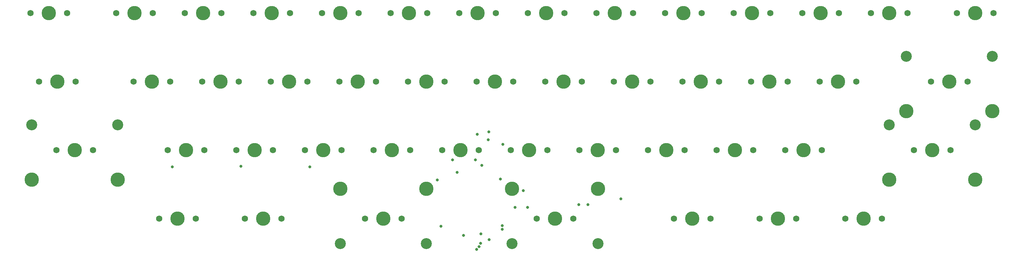
<source format=gbr>
%TF.GenerationSoftware,KiCad,Pcbnew,7.0.2*%
%TF.CreationDate,2023-06-06T03:33:47+01:00*%
%TF.ProjectId,45_keyboard,34355f6b-6579-4626-9f61-72642e6b6963,rev?*%
%TF.SameCoordinates,Original*%
%TF.FileFunction,Soldermask,Top*%
%TF.FilePolarity,Negative*%
%FSLAX46Y46*%
G04 Gerber Fmt 4.6, Leading zero omitted, Abs format (unit mm)*
G04 Created by KiCad (PCBNEW 7.0.2) date 2023-06-06 03:33:47*
%MOMM*%
%LPD*%
G01*
G04 APERTURE LIST*
%ADD10C,1.750000*%
%ADD11C,3.987800*%
%ADD12C,3.048000*%
%ADD13C,0.800000*%
G04 APERTURE END LIST*
D10*
%TO.C,MX14*%
X327468998Y-65602750D03*
D11*
X332548998Y-65602750D03*
D10*
X337628998Y-65602750D03*
%TD*%
%TO.C,MX12*%
X284606498Y-65602750D03*
D11*
X289686498Y-65602750D03*
D10*
X294766498Y-65602750D03*
%TD*%
%TO.C,MX4*%
X132206498Y-65602750D03*
D11*
X137286498Y-65602750D03*
D10*
X142366498Y-65602750D03*
%TD*%
%TO.C,MX44*%
X248887748Y-122752750D03*
D11*
X253967748Y-122752750D03*
D10*
X259047748Y-122752750D03*
%TD*%
%TO.C,MX5*%
X151256498Y-65602750D03*
D11*
X156336498Y-65602750D03*
D10*
X161416498Y-65602750D03*
%TD*%
%TO.C,MX17*%
X117918998Y-84652750D03*
D11*
X122998998Y-84652750D03*
D10*
X128078998Y-84652750D03*
%TD*%
%TO.C,MX10*%
X246506498Y-65602750D03*
D11*
X251586498Y-65602750D03*
D10*
X256666498Y-65602750D03*
%TD*%
%TO.C,MX7*%
X189356498Y-65602750D03*
D11*
X194436498Y-65602750D03*
D10*
X199516498Y-65602750D03*
%TD*%
%TO.C,MX34*%
X203643998Y-103702750D03*
D11*
X208723998Y-103702750D03*
D10*
X213803998Y-103702750D03*
%TD*%
%TO.C,MX45*%
X272700248Y-122752750D03*
D11*
X277780248Y-122752750D03*
D10*
X282860248Y-122752750D03*
%TD*%
D12*
%TO.C,MX28*%
X70579748Y-96717750D03*
D11*
X70579748Y-111957750D03*
D10*
X77437748Y-103702750D03*
D11*
X82517748Y-103702750D03*
D10*
X87597748Y-103702750D03*
D12*
X94455748Y-96717750D03*
D11*
X94455748Y-111957750D03*
%TD*%
D12*
%TO.C,MX43*%
X227805748Y-129737750D03*
D11*
X227805748Y-114497750D03*
D10*
X220947748Y-122752750D03*
D11*
X215867748Y-122752750D03*
D10*
X210787748Y-122752750D03*
D12*
X203929748Y-129737750D03*
D11*
X203929748Y-114497750D03*
%TD*%
D10*
%TO.C,MX16*%
X98868998Y-84652750D03*
D11*
X103948998Y-84652750D03*
D10*
X109028998Y-84652750D03*
%TD*%
%TO.C,MX2*%
X94106498Y-65602750D03*
D11*
X99186498Y-65602750D03*
D10*
X104266498Y-65602750D03*
%TD*%
%TO.C,MX23*%
X232218998Y-84652750D03*
D11*
X237298998Y-84652750D03*
D10*
X242378998Y-84652750D03*
%TD*%
%TO.C,MX38*%
X279843998Y-103702750D03*
D11*
X284923998Y-103702750D03*
D10*
X290003998Y-103702750D03*
%TD*%
%TO.C,MX22*%
X213168998Y-84652750D03*
D11*
X218248998Y-84652750D03*
D10*
X223328998Y-84652750D03*
%TD*%
%TO.C,MX31*%
X146493998Y-103702750D03*
D11*
X151573998Y-103702750D03*
D10*
X156653998Y-103702750D03*
%TD*%
%TO.C,MX35*%
X222693998Y-103702750D03*
D11*
X227773998Y-103702750D03*
D10*
X232853998Y-103702750D03*
%TD*%
%TO.C,MX15*%
X72675248Y-84652750D03*
D11*
X77755248Y-84652750D03*
D10*
X82835248Y-84652750D03*
%TD*%
%TO.C,MX20*%
X175068998Y-84652750D03*
D11*
X180148998Y-84652750D03*
D10*
X185228998Y-84652750D03*
%TD*%
%TO.C,MX46*%
X296512748Y-122752750D03*
D11*
X301592748Y-122752750D03*
D10*
X306672748Y-122752750D03*
%TD*%
%TO.C,MX21*%
X194118998Y-84652750D03*
D11*
X199198998Y-84652750D03*
D10*
X204278998Y-84652750D03*
%TD*%
%TO.C,MX6*%
X170306498Y-65602750D03*
D11*
X175386498Y-65602750D03*
D10*
X180466498Y-65602750D03*
%TD*%
%TO.C,MX18*%
X136968998Y-84652750D03*
D11*
X142048998Y-84652750D03*
D10*
X147128998Y-84652750D03*
%TD*%
%TO.C,MX29*%
X108393998Y-103702750D03*
D11*
X113473998Y-103702750D03*
D10*
X118553998Y-103702750D03*
%TD*%
%TO.C,MX32*%
X165543998Y-103702750D03*
D11*
X170623998Y-103702750D03*
D10*
X175703998Y-103702750D03*
%TD*%
D12*
%TO.C,MX42*%
X180180748Y-129737750D03*
D11*
X180180748Y-114497750D03*
D10*
X173322748Y-122752750D03*
D11*
X168242748Y-122752750D03*
D10*
X163162748Y-122752750D03*
D12*
X156304748Y-129737750D03*
D11*
X156304748Y-114497750D03*
%TD*%
D12*
%TO.C,MX27*%
X313467248Y-77667750D03*
D11*
X313467248Y-92907750D03*
D10*
X320325248Y-84652750D03*
D11*
X325405248Y-84652750D03*
D10*
X330485248Y-84652750D03*
D12*
X337343248Y-77667750D03*
D11*
X337343248Y-92907750D03*
%TD*%
D10*
%TO.C,MX25*%
X270318998Y-84652750D03*
D11*
X275398998Y-84652750D03*
D10*
X280478998Y-84652750D03*
%TD*%
%TO.C,MX41*%
X129825248Y-122752750D03*
D11*
X134905248Y-122752750D03*
D10*
X139985248Y-122752750D03*
%TD*%
%TO.C,MX19*%
X156018998Y-84652750D03*
D11*
X161098998Y-84652750D03*
D10*
X166178998Y-84652750D03*
%TD*%
%TO.C,MX40*%
X106012748Y-122752750D03*
D11*
X111092748Y-122752750D03*
D10*
X116172748Y-122752750D03*
%TD*%
%TO.C,MX9*%
X227456498Y-65602750D03*
D11*
X232536498Y-65602750D03*
D10*
X237616498Y-65602750D03*
%TD*%
%TO.C,MX24*%
X251268998Y-84652750D03*
D11*
X256348998Y-84652750D03*
D10*
X261428998Y-84652750D03*
%TD*%
%TO.C,MX33*%
X184593998Y-103702750D03*
D11*
X189673998Y-103702750D03*
D10*
X194753998Y-103702750D03*
%TD*%
%TO.C,MX13*%
X303656498Y-65602750D03*
D11*
X308736498Y-65602750D03*
D10*
X313816498Y-65602750D03*
%TD*%
%TO.C,MX30*%
X127443998Y-103702750D03*
D11*
X132523998Y-103702750D03*
D10*
X137603998Y-103702750D03*
%TD*%
%TO.C,MX1*%
X70293998Y-65602750D03*
D11*
X75373998Y-65602750D03*
D10*
X80453998Y-65602750D03*
%TD*%
%TO.C,MX3*%
X113156498Y-65602750D03*
D11*
X118236498Y-65602750D03*
D10*
X123316498Y-65602750D03*
%TD*%
%TO.C,MX37*%
X260793998Y-103702750D03*
D11*
X265873998Y-103702750D03*
D10*
X270953998Y-103702750D03*
%TD*%
%TO.C,MX26*%
X289368998Y-84652750D03*
D11*
X294448998Y-84652750D03*
D10*
X299528998Y-84652750D03*
%TD*%
%TO.C,MX8*%
X208406498Y-65602750D03*
D11*
X213486498Y-65602750D03*
D10*
X218566498Y-65602750D03*
%TD*%
%TO.C,MX11*%
X265556498Y-65602750D03*
D11*
X270636498Y-65602750D03*
D10*
X275716498Y-65602750D03*
%TD*%
D12*
%TO.C,MX39*%
X308704748Y-96717750D03*
D11*
X308704748Y-111957750D03*
D10*
X315562748Y-103702750D03*
D11*
X320642748Y-103702750D03*
D10*
X325722748Y-103702750D03*
D12*
X332580748Y-96717750D03*
D11*
X332580748Y-111957750D03*
%TD*%
D10*
%TO.C,MX36*%
X241743998Y-103702750D03*
D11*
X246823998Y-103702750D03*
D10*
X251903998Y-103702750D03*
%TD*%
D13*
X201422000Y-102108000D03*
X207137000Y-114935000D03*
X197505546Y-98638026D03*
X184277000Y-124841000D03*
X195580000Y-107950000D03*
X188722000Y-109855000D03*
X195326000Y-127000000D03*
X183261000Y-112014000D03*
X193802000Y-106426000D03*
X187452000Y-106426000D03*
X194310000Y-99314000D03*
X197358000Y-100838000D03*
X109663998Y-108331000D03*
X128713998Y-108204000D03*
X147828000Y-108331000D03*
X190500000Y-127381000D03*
X201295000Y-124730497D03*
X201295000Y-125730000D03*
X197612000Y-128592494D03*
X195251993Y-129591997D03*
X194840774Y-130565945D03*
X194182752Y-131318283D03*
X200787000Y-111760000D03*
X222504000Y-118872000D03*
X204851000Y-119634000D03*
X225044000Y-118872000D03*
X234188000Y-117221000D03*
X208280000Y-119634000D03*
M02*

</source>
